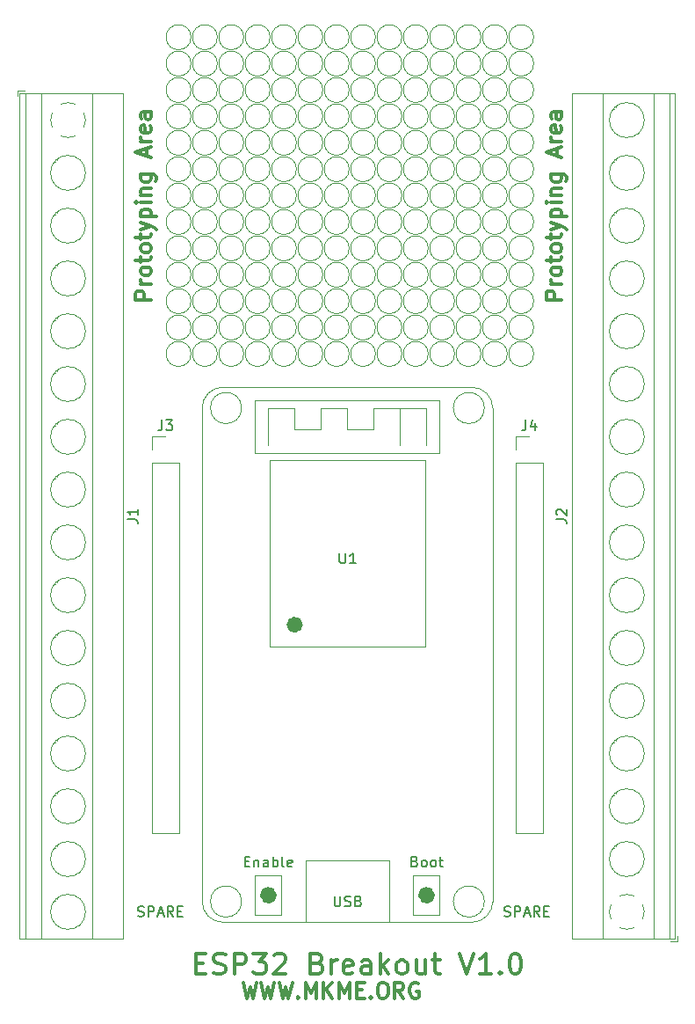
<source format=gto>
G04 #@! TF.GenerationSoftware,KiCad,Pcbnew,(5.1.6)-1*
G04 #@! TF.CreationDate,2021-10-14T13:40:29-04:00*
G04 #@! TF.ProjectId,ESP32 WROOM-32 Breakout MKME.ORG,45535033-3220-4575-924f-4f4d2d333220,rev?*
G04 #@! TF.SameCoordinates,Original*
G04 #@! TF.FileFunction,Legend,Top*
G04 #@! TF.FilePolarity,Positive*
%FSLAX46Y46*%
G04 Gerber Fmt 4.6, Leading zero omitted, Abs format (unit mm)*
G04 Created by KiCad (PCBNEW (5.1.6)-1) date 2021-10-14 13:40:29*
%MOMM*%
%LPD*%
G01*
G04 APERTURE LIST*
%ADD10C,0.150000*%
%ADD11C,0.300000*%
%ADD12C,0.120000*%
%ADD13C,1.000000*%
%ADD14C,0.800000*%
G04 APERTURE END LIST*
D10*
X161409333Y-117244761D02*
X161552190Y-117292380D01*
X161790285Y-117292380D01*
X161885523Y-117244761D01*
X161933142Y-117197142D01*
X161980761Y-117101904D01*
X161980761Y-117006666D01*
X161933142Y-116911428D01*
X161885523Y-116863809D01*
X161790285Y-116816190D01*
X161599809Y-116768571D01*
X161504571Y-116720952D01*
X161456952Y-116673333D01*
X161409333Y-116578095D01*
X161409333Y-116482857D01*
X161456952Y-116387619D01*
X161504571Y-116340000D01*
X161599809Y-116292380D01*
X161837904Y-116292380D01*
X161980761Y-116340000D01*
X162409333Y-117292380D02*
X162409333Y-116292380D01*
X162790285Y-116292380D01*
X162885523Y-116340000D01*
X162933142Y-116387619D01*
X162980761Y-116482857D01*
X162980761Y-116625714D01*
X162933142Y-116720952D01*
X162885523Y-116768571D01*
X162790285Y-116816190D01*
X162409333Y-116816190D01*
X163361714Y-117006666D02*
X163837904Y-117006666D01*
X163266476Y-117292380D02*
X163599809Y-116292380D01*
X163933142Y-117292380D01*
X164837904Y-117292380D02*
X164504571Y-116816190D01*
X164266476Y-117292380D02*
X164266476Y-116292380D01*
X164647428Y-116292380D01*
X164742666Y-116340000D01*
X164790285Y-116387619D01*
X164837904Y-116482857D01*
X164837904Y-116625714D01*
X164790285Y-116720952D01*
X164742666Y-116768571D01*
X164647428Y-116816190D01*
X164266476Y-116816190D01*
X165266476Y-116768571D02*
X165599809Y-116768571D01*
X165742666Y-117292380D02*
X165266476Y-117292380D01*
X165266476Y-116292380D01*
X165742666Y-116292380D01*
X126103333Y-117244761D02*
X126246190Y-117292380D01*
X126484285Y-117292380D01*
X126579523Y-117244761D01*
X126627142Y-117197142D01*
X126674761Y-117101904D01*
X126674761Y-117006666D01*
X126627142Y-116911428D01*
X126579523Y-116863809D01*
X126484285Y-116816190D01*
X126293809Y-116768571D01*
X126198571Y-116720952D01*
X126150952Y-116673333D01*
X126103333Y-116578095D01*
X126103333Y-116482857D01*
X126150952Y-116387619D01*
X126198571Y-116340000D01*
X126293809Y-116292380D01*
X126531904Y-116292380D01*
X126674761Y-116340000D01*
X127103333Y-117292380D02*
X127103333Y-116292380D01*
X127484285Y-116292380D01*
X127579523Y-116340000D01*
X127627142Y-116387619D01*
X127674761Y-116482857D01*
X127674761Y-116625714D01*
X127627142Y-116720952D01*
X127579523Y-116768571D01*
X127484285Y-116816190D01*
X127103333Y-116816190D01*
X128055714Y-117006666D02*
X128531904Y-117006666D01*
X127960476Y-117292380D02*
X128293809Y-116292380D01*
X128627142Y-117292380D01*
X129531904Y-117292380D02*
X129198571Y-116816190D01*
X128960476Y-117292380D02*
X128960476Y-116292380D01*
X129341428Y-116292380D01*
X129436666Y-116340000D01*
X129484285Y-116387619D01*
X129531904Y-116482857D01*
X129531904Y-116625714D01*
X129484285Y-116720952D01*
X129436666Y-116768571D01*
X129341428Y-116816190D01*
X128960476Y-116816190D01*
X129960476Y-116768571D02*
X130293809Y-116768571D01*
X130436666Y-117292380D02*
X129960476Y-117292380D01*
X129960476Y-116292380D01*
X130436666Y-116292380D01*
D11*
X166948571Y-57925714D02*
X165448571Y-57925714D01*
X165448571Y-57354285D01*
X165520000Y-57211428D01*
X165591428Y-57140000D01*
X165734285Y-57068571D01*
X165948571Y-57068571D01*
X166091428Y-57140000D01*
X166162857Y-57211428D01*
X166234285Y-57354285D01*
X166234285Y-57925714D01*
X166948571Y-56425714D02*
X165948571Y-56425714D01*
X166234285Y-56425714D02*
X166091428Y-56354285D01*
X166020000Y-56282857D01*
X165948571Y-56140000D01*
X165948571Y-55997142D01*
X166948571Y-55282857D02*
X166877142Y-55425714D01*
X166805714Y-55497142D01*
X166662857Y-55568571D01*
X166234285Y-55568571D01*
X166091428Y-55497142D01*
X166020000Y-55425714D01*
X165948571Y-55282857D01*
X165948571Y-55068571D01*
X166020000Y-54925714D01*
X166091428Y-54854285D01*
X166234285Y-54782857D01*
X166662857Y-54782857D01*
X166805714Y-54854285D01*
X166877142Y-54925714D01*
X166948571Y-55068571D01*
X166948571Y-55282857D01*
X165948571Y-54354285D02*
X165948571Y-53782857D01*
X165448571Y-54140000D02*
X166734285Y-54140000D01*
X166877142Y-54068571D01*
X166948571Y-53925714D01*
X166948571Y-53782857D01*
X166948571Y-53068571D02*
X166877142Y-53211428D01*
X166805714Y-53282857D01*
X166662857Y-53354285D01*
X166234285Y-53354285D01*
X166091428Y-53282857D01*
X166020000Y-53211428D01*
X165948571Y-53068571D01*
X165948571Y-52854285D01*
X166020000Y-52711428D01*
X166091428Y-52640000D01*
X166234285Y-52568571D01*
X166662857Y-52568571D01*
X166805714Y-52640000D01*
X166877142Y-52711428D01*
X166948571Y-52854285D01*
X166948571Y-53068571D01*
X165948571Y-52140000D02*
X165948571Y-51568571D01*
X165448571Y-51925714D02*
X166734285Y-51925714D01*
X166877142Y-51854285D01*
X166948571Y-51711428D01*
X166948571Y-51568571D01*
X165948571Y-51211428D02*
X166948571Y-50854285D01*
X165948571Y-50497142D02*
X166948571Y-50854285D01*
X167305714Y-50997142D01*
X167377142Y-51068571D01*
X167448571Y-51211428D01*
X165948571Y-49925714D02*
X167448571Y-49925714D01*
X166020000Y-49925714D02*
X165948571Y-49782857D01*
X165948571Y-49497142D01*
X166020000Y-49354285D01*
X166091428Y-49282857D01*
X166234285Y-49211428D01*
X166662857Y-49211428D01*
X166805714Y-49282857D01*
X166877142Y-49354285D01*
X166948571Y-49497142D01*
X166948571Y-49782857D01*
X166877142Y-49925714D01*
X166948571Y-48568571D02*
X165948571Y-48568571D01*
X165448571Y-48568571D02*
X165520000Y-48640000D01*
X165591428Y-48568571D01*
X165520000Y-48497142D01*
X165448571Y-48568571D01*
X165591428Y-48568571D01*
X165948571Y-47854285D02*
X166948571Y-47854285D01*
X166091428Y-47854285D02*
X166020000Y-47782857D01*
X165948571Y-47640000D01*
X165948571Y-47425714D01*
X166020000Y-47282857D01*
X166162857Y-47211428D01*
X166948571Y-47211428D01*
X165948571Y-45854285D02*
X167162857Y-45854285D01*
X167305714Y-45925714D01*
X167377142Y-45997142D01*
X167448571Y-46140000D01*
X167448571Y-46354285D01*
X167377142Y-46497142D01*
X166877142Y-45854285D02*
X166948571Y-45997142D01*
X166948571Y-46282857D01*
X166877142Y-46425714D01*
X166805714Y-46497142D01*
X166662857Y-46568571D01*
X166234285Y-46568571D01*
X166091428Y-46497142D01*
X166020000Y-46425714D01*
X165948571Y-46282857D01*
X165948571Y-45997142D01*
X166020000Y-45854285D01*
X166520000Y-44068571D02*
X166520000Y-43354285D01*
X166948571Y-44211428D02*
X165448571Y-43711428D01*
X166948571Y-43211428D01*
X166948571Y-42711428D02*
X165948571Y-42711428D01*
X166234285Y-42711428D02*
X166091428Y-42640000D01*
X166020000Y-42568571D01*
X165948571Y-42425714D01*
X165948571Y-42282857D01*
X166877142Y-41211428D02*
X166948571Y-41354285D01*
X166948571Y-41640000D01*
X166877142Y-41782857D01*
X166734285Y-41854285D01*
X166162857Y-41854285D01*
X166020000Y-41782857D01*
X165948571Y-41640000D01*
X165948571Y-41354285D01*
X166020000Y-41211428D01*
X166162857Y-41140000D01*
X166305714Y-41140000D01*
X166448571Y-41854285D01*
X166948571Y-39854285D02*
X166162857Y-39854285D01*
X166020000Y-39925714D01*
X165948571Y-40068571D01*
X165948571Y-40354285D01*
X166020000Y-40497142D01*
X166877142Y-39854285D02*
X166948571Y-39997142D01*
X166948571Y-40354285D01*
X166877142Y-40497142D01*
X166734285Y-40568571D01*
X166591428Y-40568571D01*
X166448571Y-40497142D01*
X166377142Y-40354285D01*
X166377142Y-39997142D01*
X166305714Y-39854285D01*
X127388571Y-57925714D02*
X125888571Y-57925714D01*
X125888571Y-57354285D01*
X125960000Y-57211428D01*
X126031428Y-57140000D01*
X126174285Y-57068571D01*
X126388571Y-57068571D01*
X126531428Y-57140000D01*
X126602857Y-57211428D01*
X126674285Y-57354285D01*
X126674285Y-57925714D01*
X127388571Y-56425714D02*
X126388571Y-56425714D01*
X126674285Y-56425714D02*
X126531428Y-56354285D01*
X126460000Y-56282857D01*
X126388571Y-56140000D01*
X126388571Y-55997142D01*
X127388571Y-55282857D02*
X127317142Y-55425714D01*
X127245714Y-55497142D01*
X127102857Y-55568571D01*
X126674285Y-55568571D01*
X126531428Y-55497142D01*
X126460000Y-55425714D01*
X126388571Y-55282857D01*
X126388571Y-55068571D01*
X126460000Y-54925714D01*
X126531428Y-54854285D01*
X126674285Y-54782857D01*
X127102857Y-54782857D01*
X127245714Y-54854285D01*
X127317142Y-54925714D01*
X127388571Y-55068571D01*
X127388571Y-55282857D01*
X126388571Y-54354285D02*
X126388571Y-53782857D01*
X125888571Y-54140000D02*
X127174285Y-54140000D01*
X127317142Y-54068571D01*
X127388571Y-53925714D01*
X127388571Y-53782857D01*
X127388571Y-53068571D02*
X127317142Y-53211428D01*
X127245714Y-53282857D01*
X127102857Y-53354285D01*
X126674285Y-53354285D01*
X126531428Y-53282857D01*
X126460000Y-53211428D01*
X126388571Y-53068571D01*
X126388571Y-52854285D01*
X126460000Y-52711428D01*
X126531428Y-52640000D01*
X126674285Y-52568571D01*
X127102857Y-52568571D01*
X127245714Y-52640000D01*
X127317142Y-52711428D01*
X127388571Y-52854285D01*
X127388571Y-53068571D01*
X126388571Y-52140000D02*
X126388571Y-51568571D01*
X125888571Y-51925714D02*
X127174285Y-51925714D01*
X127317142Y-51854285D01*
X127388571Y-51711428D01*
X127388571Y-51568571D01*
X126388571Y-51211428D02*
X127388571Y-50854285D01*
X126388571Y-50497142D02*
X127388571Y-50854285D01*
X127745714Y-50997142D01*
X127817142Y-51068571D01*
X127888571Y-51211428D01*
X126388571Y-49925714D02*
X127888571Y-49925714D01*
X126460000Y-49925714D02*
X126388571Y-49782857D01*
X126388571Y-49497142D01*
X126460000Y-49354285D01*
X126531428Y-49282857D01*
X126674285Y-49211428D01*
X127102857Y-49211428D01*
X127245714Y-49282857D01*
X127317142Y-49354285D01*
X127388571Y-49497142D01*
X127388571Y-49782857D01*
X127317142Y-49925714D01*
X127388571Y-48568571D02*
X126388571Y-48568571D01*
X125888571Y-48568571D02*
X125960000Y-48640000D01*
X126031428Y-48568571D01*
X125960000Y-48497142D01*
X125888571Y-48568571D01*
X126031428Y-48568571D01*
X126388571Y-47854285D02*
X127388571Y-47854285D01*
X126531428Y-47854285D02*
X126460000Y-47782857D01*
X126388571Y-47640000D01*
X126388571Y-47425714D01*
X126460000Y-47282857D01*
X126602857Y-47211428D01*
X127388571Y-47211428D01*
X126388571Y-45854285D02*
X127602857Y-45854285D01*
X127745714Y-45925714D01*
X127817142Y-45997142D01*
X127888571Y-46140000D01*
X127888571Y-46354285D01*
X127817142Y-46497142D01*
X127317142Y-45854285D02*
X127388571Y-45997142D01*
X127388571Y-46282857D01*
X127317142Y-46425714D01*
X127245714Y-46497142D01*
X127102857Y-46568571D01*
X126674285Y-46568571D01*
X126531428Y-46497142D01*
X126460000Y-46425714D01*
X126388571Y-46282857D01*
X126388571Y-45997142D01*
X126460000Y-45854285D01*
X126960000Y-44068571D02*
X126960000Y-43354285D01*
X127388571Y-44211428D02*
X125888571Y-43711428D01*
X127388571Y-43211428D01*
X127388571Y-42711428D02*
X126388571Y-42711428D01*
X126674285Y-42711428D02*
X126531428Y-42640000D01*
X126460000Y-42568571D01*
X126388571Y-42425714D01*
X126388571Y-42282857D01*
X127317142Y-41211428D02*
X127388571Y-41354285D01*
X127388571Y-41640000D01*
X127317142Y-41782857D01*
X127174285Y-41854285D01*
X126602857Y-41854285D01*
X126460000Y-41782857D01*
X126388571Y-41640000D01*
X126388571Y-41354285D01*
X126460000Y-41211428D01*
X126602857Y-41140000D01*
X126745714Y-41140000D01*
X126888571Y-41854285D01*
X127388571Y-39854285D02*
X126602857Y-39854285D01*
X126460000Y-39925714D01*
X126388571Y-40068571D01*
X126388571Y-40354285D01*
X126460000Y-40497142D01*
X127317142Y-39854285D02*
X127388571Y-39997142D01*
X127388571Y-40354285D01*
X127317142Y-40497142D01*
X127174285Y-40568571D01*
X127031428Y-40568571D01*
X126888571Y-40497142D01*
X126817142Y-40354285D01*
X126817142Y-39997142D01*
X126745714Y-39854285D01*
X136280000Y-123638571D02*
X136637142Y-125138571D01*
X136922857Y-124067142D01*
X137208571Y-125138571D01*
X137565714Y-123638571D01*
X137994285Y-123638571D02*
X138351428Y-125138571D01*
X138637142Y-124067142D01*
X138922857Y-125138571D01*
X139280000Y-123638571D01*
X139708571Y-123638571D02*
X140065714Y-125138571D01*
X140351428Y-124067142D01*
X140637142Y-125138571D01*
X140994285Y-123638571D01*
X141565714Y-124995714D02*
X141637142Y-125067142D01*
X141565714Y-125138571D01*
X141494285Y-125067142D01*
X141565714Y-124995714D01*
X141565714Y-125138571D01*
X142280000Y-125138571D02*
X142280000Y-123638571D01*
X142780000Y-124710000D01*
X143280000Y-123638571D01*
X143280000Y-125138571D01*
X143994285Y-125138571D02*
X143994285Y-123638571D01*
X144851428Y-125138571D02*
X144208571Y-124281428D01*
X144851428Y-123638571D02*
X143994285Y-124495714D01*
X145494285Y-125138571D02*
X145494285Y-123638571D01*
X145994285Y-124710000D01*
X146494285Y-123638571D01*
X146494285Y-125138571D01*
X147208571Y-124352857D02*
X147708571Y-124352857D01*
X147922857Y-125138571D02*
X147208571Y-125138571D01*
X147208571Y-123638571D01*
X147922857Y-123638571D01*
X148565714Y-124995714D02*
X148637142Y-125067142D01*
X148565714Y-125138571D01*
X148494285Y-125067142D01*
X148565714Y-124995714D01*
X148565714Y-125138571D01*
X149565714Y-123638571D02*
X149851428Y-123638571D01*
X149994285Y-123710000D01*
X150137142Y-123852857D01*
X150208571Y-124138571D01*
X150208571Y-124638571D01*
X150137142Y-124924285D01*
X149994285Y-125067142D01*
X149851428Y-125138571D01*
X149565714Y-125138571D01*
X149422857Y-125067142D01*
X149280000Y-124924285D01*
X149208571Y-124638571D01*
X149208571Y-124138571D01*
X149280000Y-123852857D01*
X149422857Y-123710000D01*
X149565714Y-123638571D01*
X151708571Y-125138571D02*
X151208571Y-124424285D01*
X150851428Y-125138571D02*
X150851428Y-123638571D01*
X151422857Y-123638571D01*
X151565714Y-123710000D01*
X151637142Y-123781428D01*
X151708571Y-123924285D01*
X151708571Y-124138571D01*
X151637142Y-124281428D01*
X151565714Y-124352857D01*
X151422857Y-124424285D01*
X150851428Y-124424285D01*
X153137142Y-123710000D02*
X152994285Y-123638571D01*
X152780000Y-123638571D01*
X152565714Y-123710000D01*
X152422857Y-123852857D01*
X152351428Y-123995714D01*
X152280000Y-124281428D01*
X152280000Y-124495714D01*
X152351428Y-124781428D01*
X152422857Y-124924285D01*
X152565714Y-125067142D01*
X152780000Y-125138571D01*
X152922857Y-125138571D01*
X153137142Y-125067142D01*
X153208571Y-124995714D01*
X153208571Y-124495714D01*
X152922857Y-124495714D01*
X131700952Y-121777142D02*
X132367619Y-121777142D01*
X132653333Y-122824761D02*
X131700952Y-122824761D01*
X131700952Y-120824761D01*
X132653333Y-120824761D01*
X133415238Y-122729523D02*
X133700952Y-122824761D01*
X134177142Y-122824761D01*
X134367619Y-122729523D01*
X134462857Y-122634285D01*
X134558095Y-122443809D01*
X134558095Y-122253333D01*
X134462857Y-122062857D01*
X134367619Y-121967619D01*
X134177142Y-121872380D01*
X133796190Y-121777142D01*
X133605714Y-121681904D01*
X133510476Y-121586666D01*
X133415238Y-121396190D01*
X133415238Y-121205714D01*
X133510476Y-121015238D01*
X133605714Y-120920000D01*
X133796190Y-120824761D01*
X134272380Y-120824761D01*
X134558095Y-120920000D01*
X135415238Y-122824761D02*
X135415238Y-120824761D01*
X136177142Y-120824761D01*
X136367619Y-120920000D01*
X136462857Y-121015238D01*
X136558095Y-121205714D01*
X136558095Y-121491428D01*
X136462857Y-121681904D01*
X136367619Y-121777142D01*
X136177142Y-121872380D01*
X135415238Y-121872380D01*
X137224761Y-120824761D02*
X138462857Y-120824761D01*
X137796190Y-121586666D01*
X138081904Y-121586666D01*
X138272380Y-121681904D01*
X138367619Y-121777142D01*
X138462857Y-121967619D01*
X138462857Y-122443809D01*
X138367619Y-122634285D01*
X138272380Y-122729523D01*
X138081904Y-122824761D01*
X137510476Y-122824761D01*
X137320000Y-122729523D01*
X137224761Y-122634285D01*
X139224761Y-121015238D02*
X139320000Y-120920000D01*
X139510476Y-120824761D01*
X139986666Y-120824761D01*
X140177142Y-120920000D01*
X140272380Y-121015238D01*
X140367619Y-121205714D01*
X140367619Y-121396190D01*
X140272380Y-121681904D01*
X139129523Y-122824761D01*
X140367619Y-122824761D01*
X143415238Y-121777142D02*
X143700952Y-121872380D01*
X143796190Y-121967619D01*
X143891428Y-122158095D01*
X143891428Y-122443809D01*
X143796190Y-122634285D01*
X143700952Y-122729523D01*
X143510476Y-122824761D01*
X142748571Y-122824761D01*
X142748571Y-120824761D01*
X143415238Y-120824761D01*
X143605714Y-120920000D01*
X143700952Y-121015238D01*
X143796190Y-121205714D01*
X143796190Y-121396190D01*
X143700952Y-121586666D01*
X143605714Y-121681904D01*
X143415238Y-121777142D01*
X142748571Y-121777142D01*
X144748571Y-122824761D02*
X144748571Y-121491428D01*
X144748571Y-121872380D02*
X144843809Y-121681904D01*
X144939047Y-121586666D01*
X145129523Y-121491428D01*
X145320000Y-121491428D01*
X146748571Y-122729523D02*
X146558095Y-122824761D01*
X146177142Y-122824761D01*
X145986666Y-122729523D01*
X145891428Y-122539047D01*
X145891428Y-121777142D01*
X145986666Y-121586666D01*
X146177142Y-121491428D01*
X146558095Y-121491428D01*
X146748571Y-121586666D01*
X146843809Y-121777142D01*
X146843809Y-121967619D01*
X145891428Y-122158095D01*
X148558095Y-122824761D02*
X148558095Y-121777142D01*
X148462857Y-121586666D01*
X148272380Y-121491428D01*
X147891428Y-121491428D01*
X147700952Y-121586666D01*
X148558095Y-122729523D02*
X148367619Y-122824761D01*
X147891428Y-122824761D01*
X147700952Y-122729523D01*
X147605714Y-122539047D01*
X147605714Y-122348571D01*
X147700952Y-122158095D01*
X147891428Y-122062857D01*
X148367619Y-122062857D01*
X148558095Y-121967619D01*
X149510476Y-122824761D02*
X149510476Y-120824761D01*
X149700952Y-122062857D02*
X150272380Y-122824761D01*
X150272380Y-121491428D02*
X149510476Y-122253333D01*
X151415238Y-122824761D02*
X151224761Y-122729523D01*
X151129523Y-122634285D01*
X151034285Y-122443809D01*
X151034285Y-121872380D01*
X151129523Y-121681904D01*
X151224761Y-121586666D01*
X151415238Y-121491428D01*
X151700952Y-121491428D01*
X151891428Y-121586666D01*
X151986666Y-121681904D01*
X152081904Y-121872380D01*
X152081904Y-122443809D01*
X151986666Y-122634285D01*
X151891428Y-122729523D01*
X151700952Y-122824761D01*
X151415238Y-122824761D01*
X153796190Y-121491428D02*
X153796190Y-122824761D01*
X152939047Y-121491428D02*
X152939047Y-122539047D01*
X153034285Y-122729523D01*
X153224761Y-122824761D01*
X153510476Y-122824761D01*
X153700952Y-122729523D01*
X153796190Y-122634285D01*
X154462857Y-121491428D02*
X155224761Y-121491428D01*
X154748571Y-120824761D02*
X154748571Y-122539047D01*
X154843809Y-122729523D01*
X155034285Y-122824761D01*
X155224761Y-122824761D01*
X157129523Y-120824761D02*
X157796190Y-122824761D01*
X158462857Y-120824761D01*
X160177142Y-122824761D02*
X159034285Y-122824761D01*
X159605714Y-122824761D02*
X159605714Y-120824761D01*
X159415238Y-121110476D01*
X159224761Y-121300952D01*
X159034285Y-121396190D01*
X161034285Y-122634285D02*
X161129523Y-122729523D01*
X161034285Y-122824761D01*
X160939047Y-122729523D01*
X161034285Y-122634285D01*
X161034285Y-122824761D01*
X162367619Y-120824761D02*
X162558095Y-120824761D01*
X162748571Y-120920000D01*
X162843809Y-121015238D01*
X162939047Y-121205714D01*
X163034285Y-121586666D01*
X163034285Y-122062857D01*
X162939047Y-122443809D01*
X162843809Y-122634285D01*
X162748571Y-122729523D01*
X162558095Y-122824761D01*
X162367619Y-122824761D01*
X162177142Y-122729523D01*
X162081904Y-122634285D01*
X161986666Y-122443809D01*
X161891428Y-122062857D01*
X161891428Y-121586666D01*
X161986666Y-121205714D01*
X162081904Y-121015238D01*
X162177142Y-120920000D01*
X162367619Y-120824761D01*
D12*
X174908000Y-111760000D02*
G75*
G03*
X174908000Y-111760000I-1680000J0D01*
G01*
X174908000Y-106680000D02*
G75*
G03*
X174908000Y-106680000I-1680000J0D01*
G01*
X174908000Y-101600000D02*
G75*
G03*
X174908000Y-101600000I-1680000J0D01*
G01*
X174908000Y-96520000D02*
G75*
G03*
X174908000Y-96520000I-1680000J0D01*
G01*
X174908000Y-91440000D02*
G75*
G03*
X174908000Y-91440000I-1680000J0D01*
G01*
X174908000Y-86360000D02*
G75*
G03*
X174908000Y-86360000I-1680000J0D01*
G01*
X174908000Y-81280000D02*
G75*
G03*
X174908000Y-81280000I-1680000J0D01*
G01*
X174908000Y-76200000D02*
G75*
G03*
X174908000Y-76200000I-1680000J0D01*
G01*
X174908000Y-71120000D02*
G75*
G03*
X174908000Y-71120000I-1680000J0D01*
G01*
X174908000Y-66040000D02*
G75*
G03*
X174908000Y-66040000I-1680000J0D01*
G01*
X174908000Y-60960000D02*
G75*
G03*
X174908000Y-60960000I-1680000J0D01*
G01*
X174908000Y-55880000D02*
G75*
G03*
X174908000Y-55880000I-1680000J0D01*
G01*
X174908000Y-50800000D02*
G75*
G03*
X174908000Y-50800000I-1680000J0D01*
G01*
X174908000Y-45720000D02*
G75*
G03*
X174908000Y-45720000I-1680000J0D01*
G01*
X174908000Y-40640000D02*
G75*
G03*
X174908000Y-40640000I-1680000J0D01*
G01*
X177328000Y-119440000D02*
X177328000Y-38039000D01*
X175828000Y-119440000D02*
X175828000Y-38039000D01*
X170927000Y-119440000D02*
X170927000Y-38039000D01*
X167967000Y-119440000D02*
X167967000Y-38039000D01*
X177888000Y-119440000D02*
X177888000Y-38039000D01*
X167967000Y-119440000D02*
X177888000Y-119440000D01*
X167967000Y-38039000D02*
X177888000Y-38039000D01*
X172159000Y-110485000D02*
X172205000Y-110532000D01*
X174467000Y-112794000D02*
X174502000Y-112829000D01*
X171953000Y-110690000D02*
X171989000Y-110725000D01*
X174251000Y-112987000D02*
X174297000Y-113034000D01*
X172159000Y-105405000D02*
X172205000Y-105452000D01*
X174467000Y-107714000D02*
X174502000Y-107749000D01*
X171953000Y-105610000D02*
X171989000Y-105645000D01*
X174251000Y-107907000D02*
X174297000Y-107954000D01*
X172159000Y-100325000D02*
X172205000Y-100372000D01*
X174467000Y-102634000D02*
X174502000Y-102669000D01*
X171953000Y-100530000D02*
X171989000Y-100565000D01*
X174251000Y-102827000D02*
X174297000Y-102874000D01*
X172159000Y-95245000D02*
X172205000Y-95292000D01*
X174467000Y-97554000D02*
X174502000Y-97589000D01*
X171953000Y-95450000D02*
X171989000Y-95485000D01*
X174251000Y-97747000D02*
X174297000Y-97794000D01*
X172159000Y-90165000D02*
X172205000Y-90212000D01*
X174467000Y-92474000D02*
X174502000Y-92509000D01*
X171953000Y-90370000D02*
X171989000Y-90405000D01*
X174251000Y-92667000D02*
X174297000Y-92714000D01*
X172159000Y-85085000D02*
X172205000Y-85132000D01*
X174467000Y-87394000D02*
X174502000Y-87429000D01*
X171953000Y-85290000D02*
X171989000Y-85325000D01*
X174251000Y-87587000D02*
X174297000Y-87634000D01*
X172159000Y-80005000D02*
X172205000Y-80052000D01*
X174467000Y-82314000D02*
X174502000Y-82349000D01*
X171953000Y-80210000D02*
X171989000Y-80245000D01*
X174251000Y-82507000D02*
X174297000Y-82554000D01*
X172159000Y-74925000D02*
X172205000Y-74972000D01*
X174467000Y-77234000D02*
X174502000Y-77269000D01*
X171953000Y-75130000D02*
X171989000Y-75165000D01*
X174251000Y-77427000D02*
X174297000Y-77474000D01*
X172159000Y-69845000D02*
X172205000Y-69892000D01*
X174467000Y-72154000D02*
X174502000Y-72189000D01*
X171953000Y-70050000D02*
X171989000Y-70085000D01*
X174251000Y-72347000D02*
X174297000Y-72394000D01*
X172159000Y-64765000D02*
X172205000Y-64812000D01*
X174467000Y-67074000D02*
X174502000Y-67109000D01*
X171953000Y-64970000D02*
X171989000Y-65005000D01*
X174251000Y-67267000D02*
X174297000Y-67314000D01*
X172159000Y-59685000D02*
X172205000Y-59732000D01*
X174467000Y-61994000D02*
X174502000Y-62029000D01*
X171953000Y-59890000D02*
X171989000Y-59925000D01*
X174251000Y-62187000D02*
X174297000Y-62234000D01*
X172159000Y-54605000D02*
X172205000Y-54652000D01*
X174467000Y-56914000D02*
X174502000Y-56949000D01*
X171953000Y-54810000D02*
X171989000Y-54845000D01*
X174251000Y-57107000D02*
X174297000Y-57154000D01*
X172159000Y-49525000D02*
X172205000Y-49572000D01*
X174467000Y-51834000D02*
X174502000Y-51869000D01*
X171953000Y-49730000D02*
X171989000Y-49765000D01*
X174251000Y-52027000D02*
X174297000Y-52074000D01*
X172159000Y-44445000D02*
X172205000Y-44492000D01*
X174467000Y-46754000D02*
X174502000Y-46789000D01*
X171953000Y-44650000D02*
X171989000Y-44685000D01*
X174251000Y-46947000D02*
X174297000Y-46994000D01*
X172159000Y-39365000D02*
X172205000Y-39412000D01*
X174467000Y-41674000D02*
X174502000Y-41709000D01*
X171953000Y-39570000D02*
X171989000Y-39605000D01*
X174251000Y-41867000D02*
X174297000Y-41914000D01*
X177388000Y-119680000D02*
X178128000Y-119680000D01*
X178128000Y-119680000D02*
X178128000Y-119180000D01*
X174762756Y-116156682D02*
G75*
G02*
X174908000Y-116840000I-1534756J-683318D01*
G01*
X172544958Y-115304574D02*
G75*
G02*
X173912000Y-115305000I683042J-1535426D01*
G01*
X171692574Y-117523042D02*
G75*
G02*
X171693000Y-116156000I1535426J683042D01*
G01*
X173911042Y-118375426D02*
G75*
G02*
X172544000Y-118375000I-683042J1535426D01*
G01*
X174908253Y-116811195D02*
G75*
G02*
X174763000Y-117524000I-1680253J-28805D01*
G01*
X162500000Y-71060000D02*
X163830000Y-71060000D01*
X162500000Y-72390000D02*
X162500000Y-71060000D01*
X162500000Y-73660000D02*
X165160000Y-73660000D01*
X165160000Y-73660000D02*
X165160000Y-109280000D01*
X162500000Y-73660000D02*
X162500000Y-109280000D01*
X162500000Y-109280000D02*
X165160000Y-109280000D01*
X164250000Y-63150000D02*
G75*
G03*
X164250000Y-63150000I-1200000J0D01*
G01*
X161710000Y-63150000D02*
G75*
G03*
X161710000Y-63150000I-1200000J0D01*
G01*
X159170000Y-63150000D02*
G75*
G03*
X159170000Y-63150000I-1200000J0D01*
G01*
X156630000Y-63150000D02*
G75*
G03*
X156630000Y-63150000I-1200000J0D01*
G01*
X154090000Y-63150000D02*
G75*
G03*
X154090000Y-63150000I-1200000J0D01*
G01*
X151550000Y-63150000D02*
G75*
G03*
X151550000Y-63150000I-1200000J0D01*
G01*
X149010000Y-63150000D02*
G75*
G03*
X149010000Y-63150000I-1200000J0D01*
G01*
X146470000Y-63150000D02*
G75*
G03*
X146470000Y-63150000I-1200000J0D01*
G01*
X143930000Y-63150000D02*
G75*
G03*
X143930000Y-63150000I-1200000J0D01*
G01*
X141390000Y-63150000D02*
G75*
G03*
X141390000Y-63150000I-1200000J0D01*
G01*
X138850000Y-63150000D02*
G75*
G03*
X138850000Y-63150000I-1200000J0D01*
G01*
X136310000Y-63150000D02*
G75*
G03*
X136310000Y-63150000I-1200000J0D01*
G01*
X133770000Y-63150000D02*
G75*
G03*
X133770000Y-63150000I-1200000J0D01*
G01*
X131230000Y-63150000D02*
G75*
G03*
X131230000Y-63150000I-1200000J0D01*
G01*
X164250000Y-60610000D02*
G75*
G03*
X164250000Y-60610000I-1200000J0D01*
G01*
X161710000Y-60610000D02*
G75*
G03*
X161710000Y-60610000I-1200000J0D01*
G01*
X159170000Y-60610000D02*
G75*
G03*
X159170000Y-60610000I-1200000J0D01*
G01*
X156630000Y-60610000D02*
G75*
G03*
X156630000Y-60610000I-1200000J0D01*
G01*
X154090000Y-60610000D02*
G75*
G03*
X154090000Y-60610000I-1200000J0D01*
G01*
X151550000Y-60610000D02*
G75*
G03*
X151550000Y-60610000I-1200000J0D01*
G01*
X149010000Y-60610000D02*
G75*
G03*
X149010000Y-60610000I-1200000J0D01*
G01*
X146470000Y-60610000D02*
G75*
G03*
X146470000Y-60610000I-1200000J0D01*
G01*
X143930000Y-60610000D02*
G75*
G03*
X143930000Y-60610000I-1200000J0D01*
G01*
X141390000Y-60610000D02*
G75*
G03*
X141390000Y-60610000I-1200000J0D01*
G01*
X138850000Y-60610000D02*
G75*
G03*
X138850000Y-60610000I-1200000J0D01*
G01*
X136310000Y-60610000D02*
G75*
G03*
X136310000Y-60610000I-1200000J0D01*
G01*
X133770000Y-60610000D02*
G75*
G03*
X133770000Y-60610000I-1200000J0D01*
G01*
X131230000Y-60610000D02*
G75*
G03*
X131230000Y-60610000I-1200000J0D01*
G01*
X164250000Y-58070000D02*
G75*
G03*
X164250000Y-58070000I-1200000J0D01*
G01*
X161710000Y-58070000D02*
G75*
G03*
X161710000Y-58070000I-1200000J0D01*
G01*
X159170000Y-58070000D02*
G75*
G03*
X159170000Y-58070000I-1200000J0D01*
G01*
X156630000Y-58070000D02*
G75*
G03*
X156630000Y-58070000I-1200000J0D01*
G01*
X154090000Y-58070000D02*
G75*
G03*
X154090000Y-58070000I-1200000J0D01*
G01*
X151550000Y-58070000D02*
G75*
G03*
X151550000Y-58070000I-1200000J0D01*
G01*
X149010000Y-58070000D02*
G75*
G03*
X149010000Y-58070000I-1200000J0D01*
G01*
X146470000Y-58070000D02*
G75*
G03*
X146470000Y-58070000I-1200000J0D01*
G01*
X143930000Y-58070000D02*
G75*
G03*
X143930000Y-58070000I-1200000J0D01*
G01*
X141390000Y-58070000D02*
G75*
G03*
X141390000Y-58070000I-1200000J0D01*
G01*
X138850000Y-58070000D02*
G75*
G03*
X138850000Y-58070000I-1200000J0D01*
G01*
X136310000Y-58070000D02*
G75*
G03*
X136310000Y-58070000I-1200000J0D01*
G01*
X133770000Y-58070000D02*
G75*
G03*
X133770000Y-58070000I-1200000J0D01*
G01*
X131230000Y-58070000D02*
G75*
G03*
X131230000Y-58070000I-1200000J0D01*
G01*
X164250000Y-55530000D02*
G75*
G03*
X164250000Y-55530000I-1200000J0D01*
G01*
X161710000Y-55530000D02*
G75*
G03*
X161710000Y-55530000I-1200000J0D01*
G01*
X159170000Y-55530000D02*
G75*
G03*
X159170000Y-55530000I-1200000J0D01*
G01*
X156630000Y-55530000D02*
G75*
G03*
X156630000Y-55530000I-1200000J0D01*
G01*
X154090000Y-55530000D02*
G75*
G03*
X154090000Y-55530000I-1200000J0D01*
G01*
X151550000Y-55530000D02*
G75*
G03*
X151550000Y-55530000I-1200000J0D01*
G01*
X149010000Y-55530000D02*
G75*
G03*
X149010000Y-55530000I-1200000J0D01*
G01*
X146470000Y-55530000D02*
G75*
G03*
X146470000Y-55530000I-1200000J0D01*
G01*
X143930000Y-55530000D02*
G75*
G03*
X143930000Y-55530000I-1200000J0D01*
G01*
X141390000Y-55530000D02*
G75*
G03*
X141390000Y-55530000I-1200000J0D01*
G01*
X138850000Y-55530000D02*
G75*
G03*
X138850000Y-55530000I-1200000J0D01*
G01*
X136310000Y-55530000D02*
G75*
G03*
X136310000Y-55530000I-1200000J0D01*
G01*
X133770000Y-55530000D02*
G75*
G03*
X133770000Y-55530000I-1200000J0D01*
G01*
X131230000Y-55530000D02*
G75*
G03*
X131230000Y-55530000I-1200000J0D01*
G01*
X164250000Y-52990000D02*
G75*
G03*
X164250000Y-52990000I-1200000J0D01*
G01*
X161710000Y-52990000D02*
G75*
G03*
X161710000Y-52990000I-1200000J0D01*
G01*
X159170000Y-52990000D02*
G75*
G03*
X159170000Y-52990000I-1200000J0D01*
G01*
X156630000Y-52990000D02*
G75*
G03*
X156630000Y-52990000I-1200000J0D01*
G01*
X154090000Y-52990000D02*
G75*
G03*
X154090000Y-52990000I-1200000J0D01*
G01*
X151550000Y-52990000D02*
G75*
G03*
X151550000Y-52990000I-1200000J0D01*
G01*
X149010000Y-52990000D02*
G75*
G03*
X149010000Y-52990000I-1200000J0D01*
G01*
X146470000Y-52990000D02*
G75*
G03*
X146470000Y-52990000I-1200000J0D01*
G01*
X143930000Y-52990000D02*
G75*
G03*
X143930000Y-52990000I-1200000J0D01*
G01*
X141390000Y-52990000D02*
G75*
G03*
X141390000Y-52990000I-1200000J0D01*
G01*
X138850000Y-52990000D02*
G75*
G03*
X138850000Y-52990000I-1200000J0D01*
G01*
X136310000Y-52990000D02*
G75*
G03*
X136310000Y-52990000I-1200000J0D01*
G01*
X133770000Y-52990000D02*
G75*
G03*
X133770000Y-52990000I-1200000J0D01*
G01*
X131230000Y-52990000D02*
G75*
G03*
X131230000Y-52990000I-1200000J0D01*
G01*
X164250000Y-50450000D02*
G75*
G03*
X164250000Y-50450000I-1200000J0D01*
G01*
X161710000Y-50450000D02*
G75*
G03*
X161710000Y-50450000I-1200000J0D01*
G01*
X159170000Y-50450000D02*
G75*
G03*
X159170000Y-50450000I-1200000J0D01*
G01*
X156630000Y-50450000D02*
G75*
G03*
X156630000Y-50450000I-1200000J0D01*
G01*
X154090000Y-50450000D02*
G75*
G03*
X154090000Y-50450000I-1200000J0D01*
G01*
X151550000Y-50450000D02*
G75*
G03*
X151550000Y-50450000I-1200000J0D01*
G01*
X149010000Y-50450000D02*
G75*
G03*
X149010000Y-50450000I-1200000J0D01*
G01*
X146470000Y-50450000D02*
G75*
G03*
X146470000Y-50450000I-1200000J0D01*
G01*
X143930000Y-50450000D02*
G75*
G03*
X143930000Y-50450000I-1200000J0D01*
G01*
X141390000Y-50450000D02*
G75*
G03*
X141390000Y-50450000I-1200000J0D01*
G01*
X138850000Y-50450000D02*
G75*
G03*
X138850000Y-50450000I-1200000J0D01*
G01*
X136310000Y-50450000D02*
G75*
G03*
X136310000Y-50450000I-1200000J0D01*
G01*
X133770000Y-50450000D02*
G75*
G03*
X133770000Y-50450000I-1200000J0D01*
G01*
X131230000Y-50450000D02*
G75*
G03*
X131230000Y-50450000I-1200000J0D01*
G01*
X164250000Y-47910000D02*
G75*
G03*
X164250000Y-47910000I-1200000J0D01*
G01*
X161710000Y-47910000D02*
G75*
G03*
X161710000Y-47910000I-1200000J0D01*
G01*
X159170000Y-47910000D02*
G75*
G03*
X159170000Y-47910000I-1200000J0D01*
G01*
X156630000Y-47910000D02*
G75*
G03*
X156630000Y-47910000I-1200000J0D01*
G01*
X154090000Y-47910000D02*
G75*
G03*
X154090000Y-47910000I-1200000J0D01*
G01*
X151550000Y-47910000D02*
G75*
G03*
X151550000Y-47910000I-1200000J0D01*
G01*
X149010000Y-47910000D02*
G75*
G03*
X149010000Y-47910000I-1200000J0D01*
G01*
X146470000Y-47910000D02*
G75*
G03*
X146470000Y-47910000I-1200000J0D01*
G01*
X143930000Y-47910000D02*
G75*
G03*
X143930000Y-47910000I-1200000J0D01*
G01*
X141390000Y-47910000D02*
G75*
G03*
X141390000Y-47910000I-1200000J0D01*
G01*
X138850000Y-47910000D02*
G75*
G03*
X138850000Y-47910000I-1200000J0D01*
G01*
X136310000Y-47910000D02*
G75*
G03*
X136310000Y-47910000I-1200000J0D01*
G01*
X133770000Y-47910000D02*
G75*
G03*
X133770000Y-47910000I-1200000J0D01*
G01*
X131230000Y-47910000D02*
G75*
G03*
X131230000Y-47910000I-1200000J0D01*
G01*
X164250000Y-45370000D02*
G75*
G03*
X164250000Y-45370000I-1200000J0D01*
G01*
X161710000Y-45370000D02*
G75*
G03*
X161710000Y-45370000I-1200000J0D01*
G01*
X159170000Y-45370000D02*
G75*
G03*
X159170000Y-45370000I-1200000J0D01*
G01*
X156630000Y-45370000D02*
G75*
G03*
X156630000Y-45370000I-1200000J0D01*
G01*
X154090000Y-45370000D02*
G75*
G03*
X154090000Y-45370000I-1200000J0D01*
G01*
X151550000Y-45370000D02*
G75*
G03*
X151550000Y-45370000I-1200000J0D01*
G01*
X149010000Y-45370000D02*
G75*
G03*
X149010000Y-45370000I-1200000J0D01*
G01*
X146470000Y-45370000D02*
G75*
G03*
X146470000Y-45370000I-1200000J0D01*
G01*
X143930000Y-45370000D02*
G75*
G03*
X143930000Y-45370000I-1200000J0D01*
G01*
X141390000Y-45370000D02*
G75*
G03*
X141390000Y-45370000I-1200000J0D01*
G01*
X138850000Y-45370000D02*
G75*
G03*
X138850000Y-45370000I-1200000J0D01*
G01*
X136310000Y-45370000D02*
G75*
G03*
X136310000Y-45370000I-1200000J0D01*
G01*
X133770000Y-45370000D02*
G75*
G03*
X133770000Y-45370000I-1200000J0D01*
G01*
X131230000Y-45370000D02*
G75*
G03*
X131230000Y-45370000I-1200000J0D01*
G01*
X164250000Y-42830000D02*
G75*
G03*
X164250000Y-42830000I-1200000J0D01*
G01*
X161710000Y-42830000D02*
G75*
G03*
X161710000Y-42830000I-1200000J0D01*
G01*
X159170000Y-42830000D02*
G75*
G03*
X159170000Y-42830000I-1200000J0D01*
G01*
X156630000Y-42830000D02*
G75*
G03*
X156630000Y-42830000I-1200000J0D01*
G01*
X154090000Y-42830000D02*
G75*
G03*
X154090000Y-42830000I-1200000J0D01*
G01*
X151550000Y-42830000D02*
G75*
G03*
X151550000Y-42830000I-1200000J0D01*
G01*
X149010000Y-42830000D02*
G75*
G03*
X149010000Y-42830000I-1200000J0D01*
G01*
X146470000Y-42830000D02*
G75*
G03*
X146470000Y-42830000I-1200000J0D01*
G01*
X143930000Y-42830000D02*
G75*
G03*
X143930000Y-42830000I-1200000J0D01*
G01*
X141390000Y-42830000D02*
G75*
G03*
X141390000Y-42830000I-1200000J0D01*
G01*
X138850000Y-42830000D02*
G75*
G03*
X138850000Y-42830000I-1200000J0D01*
G01*
X136310000Y-42830000D02*
G75*
G03*
X136310000Y-42830000I-1200000J0D01*
G01*
X133770000Y-42830000D02*
G75*
G03*
X133770000Y-42830000I-1200000J0D01*
G01*
X131230000Y-42830000D02*
G75*
G03*
X131230000Y-42830000I-1200000J0D01*
G01*
X164250000Y-40290000D02*
G75*
G03*
X164250000Y-40290000I-1200000J0D01*
G01*
X161710000Y-40290000D02*
G75*
G03*
X161710000Y-40290000I-1200000J0D01*
G01*
X159170000Y-40290000D02*
G75*
G03*
X159170000Y-40290000I-1200000J0D01*
G01*
X156630000Y-40290000D02*
G75*
G03*
X156630000Y-40290000I-1200000J0D01*
G01*
X154090000Y-40290000D02*
G75*
G03*
X154090000Y-40290000I-1200000J0D01*
G01*
X151550000Y-40290000D02*
G75*
G03*
X151550000Y-40290000I-1200000J0D01*
G01*
X149010000Y-40290000D02*
G75*
G03*
X149010000Y-40290000I-1200000J0D01*
G01*
X146470000Y-40290000D02*
G75*
G03*
X146470000Y-40290000I-1200000J0D01*
G01*
X143930000Y-40290000D02*
G75*
G03*
X143930000Y-40290000I-1200000J0D01*
G01*
X141390000Y-40290000D02*
G75*
G03*
X141390000Y-40290000I-1200000J0D01*
G01*
X138850000Y-40290000D02*
G75*
G03*
X138850000Y-40290000I-1200000J0D01*
G01*
X136310000Y-40290000D02*
G75*
G03*
X136310000Y-40290000I-1200000J0D01*
G01*
X133770000Y-40290000D02*
G75*
G03*
X133770000Y-40290000I-1200000J0D01*
G01*
X131230000Y-40290000D02*
G75*
G03*
X131230000Y-40290000I-1200000J0D01*
G01*
X164250000Y-37750000D02*
G75*
G03*
X164250000Y-37750000I-1200000J0D01*
G01*
X161710000Y-37750000D02*
G75*
G03*
X161710000Y-37750000I-1200000J0D01*
G01*
X159170000Y-37750000D02*
G75*
G03*
X159170000Y-37750000I-1200000J0D01*
G01*
X156630000Y-37750000D02*
G75*
G03*
X156630000Y-37750000I-1200000J0D01*
G01*
X154090000Y-37750000D02*
G75*
G03*
X154090000Y-37750000I-1200000J0D01*
G01*
X151550000Y-37750000D02*
G75*
G03*
X151550000Y-37750000I-1200000J0D01*
G01*
X149010000Y-37750000D02*
G75*
G03*
X149010000Y-37750000I-1200000J0D01*
G01*
X146470000Y-37750000D02*
G75*
G03*
X146470000Y-37750000I-1200000J0D01*
G01*
X143930000Y-37750000D02*
G75*
G03*
X143930000Y-37750000I-1200000J0D01*
G01*
X141390000Y-37750000D02*
G75*
G03*
X141390000Y-37750000I-1200000J0D01*
G01*
X138850000Y-37750000D02*
G75*
G03*
X138850000Y-37750000I-1200000J0D01*
G01*
X136310000Y-37750000D02*
G75*
G03*
X136310000Y-37750000I-1200000J0D01*
G01*
X133770000Y-37750000D02*
G75*
G03*
X133770000Y-37750000I-1200000J0D01*
G01*
X131230000Y-37750000D02*
G75*
G03*
X131230000Y-37750000I-1200000J0D01*
G01*
X164250000Y-35210000D02*
G75*
G03*
X164250000Y-35210000I-1200000J0D01*
G01*
X161710000Y-35210000D02*
G75*
G03*
X161710000Y-35210000I-1200000J0D01*
G01*
X159170000Y-35210000D02*
G75*
G03*
X159170000Y-35210000I-1200000J0D01*
G01*
X156630000Y-35210000D02*
G75*
G03*
X156630000Y-35210000I-1200000J0D01*
G01*
X154090000Y-35210000D02*
G75*
G03*
X154090000Y-35210000I-1200000J0D01*
G01*
X151550000Y-35210000D02*
G75*
G03*
X151550000Y-35210000I-1200000J0D01*
G01*
X149010000Y-35210000D02*
G75*
G03*
X149010000Y-35210000I-1200000J0D01*
G01*
X146470000Y-35210000D02*
G75*
G03*
X146470000Y-35210000I-1200000J0D01*
G01*
X143930000Y-35210000D02*
G75*
G03*
X143930000Y-35210000I-1200000J0D01*
G01*
X141390000Y-35210000D02*
G75*
G03*
X141390000Y-35210000I-1200000J0D01*
G01*
X138850000Y-35210000D02*
G75*
G03*
X138850000Y-35210000I-1200000J0D01*
G01*
X136310000Y-35210000D02*
G75*
G03*
X136310000Y-35210000I-1200000J0D01*
G01*
X133770000Y-35210000D02*
G75*
G03*
X133770000Y-35210000I-1200000J0D01*
G01*
X131230000Y-35210000D02*
G75*
G03*
X131230000Y-35210000I-1200000J0D01*
G01*
X164250000Y-32670000D02*
G75*
G03*
X164250000Y-32670000I-1200000J0D01*
G01*
X161710000Y-32670000D02*
G75*
G03*
X161710000Y-32670000I-1200000J0D01*
G01*
X159170000Y-32670000D02*
G75*
G03*
X159170000Y-32670000I-1200000J0D01*
G01*
X156630000Y-32670000D02*
G75*
G03*
X156630000Y-32670000I-1200000J0D01*
G01*
X154090000Y-32670000D02*
G75*
G03*
X154090000Y-32670000I-1200000J0D01*
G01*
X151550000Y-32670000D02*
G75*
G03*
X151550000Y-32670000I-1200000J0D01*
G01*
X149010000Y-32670000D02*
G75*
G03*
X149010000Y-32670000I-1200000J0D01*
G01*
X146470000Y-32670000D02*
G75*
G03*
X146470000Y-32670000I-1200000J0D01*
G01*
X143930000Y-32670000D02*
G75*
G03*
X143930000Y-32670000I-1200000J0D01*
G01*
X141390000Y-32670000D02*
G75*
G03*
X141390000Y-32670000I-1200000J0D01*
G01*
X138850000Y-32670000D02*
G75*
G03*
X138850000Y-32670000I-1200000J0D01*
G01*
X136310000Y-32670000D02*
G75*
G03*
X136310000Y-32670000I-1200000J0D01*
G01*
X133770000Y-32670000D02*
G75*
G03*
X133770000Y-32670000I-1200000J0D01*
G01*
X131230000Y-32670000D02*
G75*
G03*
X131230000Y-32670000I-1200000J0D01*
G01*
X127448000Y-71060000D02*
X128778000Y-71060000D01*
X127448000Y-72390000D02*
X127448000Y-71060000D01*
X127448000Y-73660000D02*
X130108000Y-73660000D01*
X130108000Y-73660000D02*
X130108000Y-109280000D01*
X127448000Y-73660000D02*
X127448000Y-109280000D01*
X127448000Y-109280000D02*
X130108000Y-109280000D01*
D13*
X154224000Y-115245000D02*
G75*
G03*
X154224000Y-115245000I-300000J0D01*
G01*
X138984000Y-115245000D02*
G75*
G03*
X138984000Y-115245000I-300000J0D01*
G01*
D12*
X139954000Y-113340000D02*
X139954000Y-117150000D01*
X137414000Y-113340000D02*
X139954000Y-113340000D01*
X137414000Y-117150000D02*
X137414000Y-113340000D01*
X139954000Y-117150000D02*
X137414000Y-117150000D01*
X152654000Y-117150000D02*
X152654000Y-113340000D01*
X155194000Y-117150000D02*
X152654000Y-117150000D01*
X155194000Y-113340000D02*
X155194000Y-117150000D01*
X152654000Y-113340000D02*
X155194000Y-113340000D01*
D14*
X141624000Y-89210000D02*
G75*
G03*
X141624000Y-89210000I-400000J0D01*
G01*
D12*
X138804000Y-91350000D02*
X138804000Y-73350000D01*
X153804000Y-91350000D02*
X138804000Y-91350000D01*
X153804000Y-73350000D02*
X153804000Y-91350000D01*
X138804000Y-73350000D02*
X153804000Y-73350000D01*
X151384000Y-68382000D02*
X151384000Y-71938000D01*
X153924000Y-68382000D02*
X153924000Y-71938000D01*
X148844000Y-68382000D02*
X153924000Y-68382000D01*
X148844000Y-70414000D02*
X148844000Y-68382000D01*
X146304000Y-70414000D02*
X148844000Y-70414000D01*
X146304000Y-68382000D02*
X146304000Y-70414000D01*
X143764000Y-68382000D02*
X146304000Y-68382000D01*
X143764000Y-70414000D02*
X143764000Y-68382000D01*
X141224000Y-70414000D02*
X143764000Y-70414000D01*
X141224000Y-68382000D02*
X141224000Y-70414000D01*
X138684000Y-68382000D02*
X141224000Y-68382000D01*
X138684000Y-71938000D02*
X138684000Y-68382000D01*
X137414000Y-72700000D02*
X137414000Y-67620000D01*
X155194000Y-72700000D02*
X137414000Y-72700000D01*
X155194000Y-67620000D02*
X155194000Y-72700000D01*
X137414000Y-67620000D02*
X155194000Y-67620000D01*
X142304000Y-111850000D02*
X150304000Y-111850000D01*
X150304000Y-111850000D02*
X150304000Y-117850000D01*
X142304000Y-111850000D02*
X142304000Y-117850000D01*
X159504000Y-115850000D02*
G75*
G03*
X159504000Y-115850000I-1500000J0D01*
G01*
X136104000Y-115850000D02*
G75*
G03*
X136104000Y-115850000I-1500000J0D01*
G01*
X134304000Y-66350000D02*
X158304000Y-66350000D01*
X134304000Y-117850000D02*
X158304000Y-117850000D01*
X132304000Y-68350000D02*
X132304000Y-115850000D01*
X160304000Y-115850000D02*
X160304000Y-68350000D01*
X159504000Y-68350000D02*
G75*
G03*
X159504000Y-68350000I-1500000J0D01*
G01*
X136104000Y-68350000D02*
G75*
G03*
X136104000Y-68350000I-1500000J0D01*
G01*
X158304000Y-66350000D02*
G75*
G02*
X160304000Y-68350000I0J-2000000D01*
G01*
X132304000Y-68350000D02*
G75*
G02*
X134304000Y-66350000I2000000J0D01*
G01*
X134304000Y-117850000D02*
G75*
G02*
X132304000Y-115850000I0J2000000D01*
G01*
X160304000Y-115850000D02*
G75*
G02*
X158304000Y-117850000I-2000000J0D01*
G01*
X114480000Y-37800000D02*
X114480000Y-38300000D01*
X115220000Y-37800000D02*
X114480000Y-37800000D01*
X118357000Y-115613000D02*
X118311000Y-115566000D01*
X120655000Y-117910000D02*
X120619000Y-117875000D01*
X118141000Y-115806000D02*
X118106000Y-115771000D01*
X120449000Y-118115000D02*
X120403000Y-118068000D01*
X118357000Y-110533000D02*
X118311000Y-110486000D01*
X120655000Y-112830000D02*
X120619000Y-112795000D01*
X118141000Y-110726000D02*
X118106000Y-110691000D01*
X120449000Y-113035000D02*
X120403000Y-112988000D01*
X118357000Y-105453000D02*
X118311000Y-105406000D01*
X120655000Y-107750000D02*
X120619000Y-107715000D01*
X118141000Y-105646000D02*
X118106000Y-105611000D01*
X120449000Y-107955000D02*
X120403000Y-107908000D01*
X118357000Y-100373000D02*
X118311000Y-100326000D01*
X120655000Y-102670000D02*
X120619000Y-102635000D01*
X118141000Y-100566000D02*
X118106000Y-100531000D01*
X120449000Y-102875000D02*
X120403000Y-102828000D01*
X118357000Y-95293000D02*
X118311000Y-95246000D01*
X120655000Y-97590000D02*
X120619000Y-97555000D01*
X118141000Y-95486000D02*
X118106000Y-95451000D01*
X120449000Y-97795000D02*
X120403000Y-97748000D01*
X118357000Y-90213000D02*
X118311000Y-90166000D01*
X120655000Y-92510000D02*
X120619000Y-92475000D01*
X118141000Y-90406000D02*
X118106000Y-90371000D01*
X120449000Y-92715000D02*
X120403000Y-92668000D01*
X118357000Y-85133000D02*
X118311000Y-85086000D01*
X120655000Y-87430000D02*
X120619000Y-87395000D01*
X118141000Y-85326000D02*
X118106000Y-85291000D01*
X120449000Y-87635000D02*
X120403000Y-87588000D01*
X118357000Y-80053000D02*
X118311000Y-80006000D01*
X120655000Y-82350000D02*
X120619000Y-82315000D01*
X118141000Y-80246000D02*
X118106000Y-80211000D01*
X120449000Y-82555000D02*
X120403000Y-82508000D01*
X118357000Y-74973000D02*
X118311000Y-74926000D01*
X120655000Y-77270000D02*
X120619000Y-77235000D01*
X118141000Y-75166000D02*
X118106000Y-75131000D01*
X120449000Y-77475000D02*
X120403000Y-77428000D01*
X118357000Y-69893000D02*
X118311000Y-69846000D01*
X120655000Y-72190000D02*
X120619000Y-72155000D01*
X118141000Y-70086000D02*
X118106000Y-70051000D01*
X120449000Y-72395000D02*
X120403000Y-72348000D01*
X118357000Y-64813000D02*
X118311000Y-64766000D01*
X120655000Y-67110000D02*
X120619000Y-67075000D01*
X118141000Y-65006000D02*
X118106000Y-64971000D01*
X120449000Y-67315000D02*
X120403000Y-67268000D01*
X118357000Y-59733000D02*
X118311000Y-59686000D01*
X120655000Y-62030000D02*
X120619000Y-61995000D01*
X118141000Y-59926000D02*
X118106000Y-59891000D01*
X120449000Y-62235000D02*
X120403000Y-62188000D01*
X118357000Y-54653000D02*
X118311000Y-54606000D01*
X120655000Y-56950000D02*
X120619000Y-56915000D01*
X118141000Y-54846000D02*
X118106000Y-54811000D01*
X120449000Y-57155000D02*
X120403000Y-57108000D01*
X118357000Y-49573000D02*
X118311000Y-49526000D01*
X120655000Y-51870000D02*
X120619000Y-51835000D01*
X118141000Y-49766000D02*
X118106000Y-49731000D01*
X120449000Y-52075000D02*
X120403000Y-52028000D01*
X118357000Y-44493000D02*
X118311000Y-44446000D01*
X120655000Y-46790000D02*
X120619000Y-46755000D01*
X118141000Y-44686000D02*
X118106000Y-44651000D01*
X120449000Y-46995000D02*
X120403000Y-46948000D01*
X124641000Y-119441000D02*
X114720000Y-119441000D01*
X124641000Y-38040000D02*
X114720000Y-38040000D01*
X114720000Y-38040000D02*
X114720000Y-119441000D01*
X124641000Y-38040000D02*
X124641000Y-119441000D01*
X121681000Y-38040000D02*
X121681000Y-119441000D01*
X116780000Y-38040000D02*
X116780000Y-119441000D01*
X115280000Y-38040000D02*
X115280000Y-119441000D01*
X121060000Y-116840000D02*
G75*
G03*
X121060000Y-116840000I-1680000J0D01*
G01*
X121060000Y-111760000D02*
G75*
G03*
X121060000Y-111760000I-1680000J0D01*
G01*
X121060000Y-106680000D02*
G75*
G03*
X121060000Y-106680000I-1680000J0D01*
G01*
X121060000Y-101600000D02*
G75*
G03*
X121060000Y-101600000I-1680000J0D01*
G01*
X121060000Y-96520000D02*
G75*
G03*
X121060000Y-96520000I-1680000J0D01*
G01*
X121060000Y-91440000D02*
G75*
G03*
X121060000Y-91440000I-1680000J0D01*
G01*
X121060000Y-86360000D02*
G75*
G03*
X121060000Y-86360000I-1680000J0D01*
G01*
X121060000Y-81280000D02*
G75*
G03*
X121060000Y-81280000I-1680000J0D01*
G01*
X121060000Y-76200000D02*
G75*
G03*
X121060000Y-76200000I-1680000J0D01*
G01*
X121060000Y-71120000D02*
G75*
G03*
X121060000Y-71120000I-1680000J0D01*
G01*
X121060000Y-66040000D02*
G75*
G03*
X121060000Y-66040000I-1680000J0D01*
G01*
X121060000Y-60960000D02*
G75*
G03*
X121060000Y-60960000I-1680000J0D01*
G01*
X121060000Y-55880000D02*
G75*
G03*
X121060000Y-55880000I-1680000J0D01*
G01*
X121060000Y-50800000D02*
G75*
G03*
X121060000Y-50800000I-1680000J0D01*
G01*
X121060000Y-45720000D02*
G75*
G03*
X121060000Y-45720000I-1680000J0D01*
G01*
X117699747Y-40668805D02*
G75*
G02*
X117845000Y-39956000I1680253J28805D01*
G01*
X118696958Y-39104574D02*
G75*
G02*
X120064000Y-39105000I683042J-1535426D01*
G01*
X120915426Y-39956958D02*
G75*
G02*
X120915000Y-41324000I-1535426J-683042D01*
G01*
X120063042Y-42175426D02*
G75*
G02*
X118696000Y-42175000I-683042J1535426D01*
G01*
X117845244Y-41323318D02*
G75*
G02*
X117700000Y-40640000I1534756J683318D01*
G01*
D10*
X166420380Y-79073333D02*
X167134666Y-79073333D01*
X167277523Y-79120952D01*
X167372761Y-79216190D01*
X167420380Y-79359047D01*
X167420380Y-79454285D01*
X166515619Y-78644761D02*
X166468000Y-78597142D01*
X166420380Y-78501904D01*
X166420380Y-78263809D01*
X166468000Y-78168571D01*
X166515619Y-78120952D01*
X166610857Y-78073333D01*
X166706095Y-78073333D01*
X166848952Y-78120952D01*
X167420380Y-78692380D01*
X167420380Y-78073333D01*
X163496666Y-69512380D02*
X163496666Y-70226666D01*
X163449047Y-70369523D01*
X163353809Y-70464761D01*
X163210952Y-70512380D01*
X163115714Y-70512380D01*
X164401428Y-69845714D02*
X164401428Y-70512380D01*
X164163333Y-69464761D02*
X163925238Y-70179047D01*
X164544285Y-70179047D01*
X128444666Y-69512380D02*
X128444666Y-70226666D01*
X128397047Y-70369523D01*
X128301809Y-70464761D01*
X128158952Y-70512380D01*
X128063714Y-70512380D01*
X128825619Y-69512380D02*
X129444666Y-69512380D01*
X129111333Y-69893333D01*
X129254190Y-69893333D01*
X129349428Y-69940952D01*
X129397047Y-69988571D01*
X129444666Y-70083809D01*
X129444666Y-70321904D01*
X129397047Y-70417142D01*
X129349428Y-70464761D01*
X129254190Y-70512380D01*
X128968476Y-70512380D01*
X128873238Y-70464761D01*
X128825619Y-70417142D01*
X145542095Y-82312380D02*
X145542095Y-83121904D01*
X145589714Y-83217142D01*
X145637333Y-83264761D01*
X145732571Y-83312380D01*
X145923047Y-83312380D01*
X146018285Y-83264761D01*
X146065904Y-83217142D01*
X146113523Y-83121904D01*
X146113523Y-82312380D01*
X147113523Y-83312380D02*
X146542095Y-83312380D01*
X146827809Y-83312380D02*
X146827809Y-82312380D01*
X146732571Y-82455238D01*
X146637333Y-82550476D01*
X146542095Y-82598095D01*
X145042095Y-115332380D02*
X145042095Y-116141904D01*
X145089714Y-116237142D01*
X145137333Y-116284761D01*
X145232571Y-116332380D01*
X145423047Y-116332380D01*
X145518285Y-116284761D01*
X145565904Y-116237142D01*
X145613523Y-116141904D01*
X145613523Y-115332380D01*
X146042095Y-116284761D02*
X146184952Y-116332380D01*
X146423047Y-116332380D01*
X146518285Y-116284761D01*
X146565904Y-116237142D01*
X146613523Y-116141904D01*
X146613523Y-116046666D01*
X146565904Y-115951428D01*
X146518285Y-115903809D01*
X146423047Y-115856190D01*
X146232571Y-115808571D01*
X146137333Y-115760952D01*
X146089714Y-115713333D01*
X146042095Y-115618095D01*
X146042095Y-115522857D01*
X146089714Y-115427619D01*
X146137333Y-115380000D01*
X146232571Y-115332380D01*
X146470666Y-115332380D01*
X146613523Y-115380000D01*
X147375428Y-115808571D02*
X147518285Y-115856190D01*
X147565904Y-115903809D01*
X147613523Y-115999047D01*
X147613523Y-116141904D01*
X147565904Y-116237142D01*
X147518285Y-116284761D01*
X147423047Y-116332380D01*
X147042095Y-116332380D01*
X147042095Y-115332380D01*
X147375428Y-115332380D01*
X147470666Y-115380000D01*
X147518285Y-115427619D01*
X147565904Y-115522857D01*
X147565904Y-115618095D01*
X147518285Y-115713333D01*
X147470666Y-115760952D01*
X147375428Y-115808571D01*
X147042095Y-115808571D01*
X152804952Y-111998571D02*
X152947809Y-112046190D01*
X152995428Y-112093809D01*
X153043047Y-112189047D01*
X153043047Y-112331904D01*
X152995428Y-112427142D01*
X152947809Y-112474761D01*
X152852571Y-112522380D01*
X152471619Y-112522380D01*
X152471619Y-111522380D01*
X152804952Y-111522380D01*
X152900190Y-111570000D01*
X152947809Y-111617619D01*
X152995428Y-111712857D01*
X152995428Y-111808095D01*
X152947809Y-111903333D01*
X152900190Y-111950952D01*
X152804952Y-111998571D01*
X152471619Y-111998571D01*
X153614476Y-112522380D02*
X153519238Y-112474761D01*
X153471619Y-112427142D01*
X153424000Y-112331904D01*
X153424000Y-112046190D01*
X153471619Y-111950952D01*
X153519238Y-111903333D01*
X153614476Y-111855714D01*
X153757333Y-111855714D01*
X153852571Y-111903333D01*
X153900190Y-111950952D01*
X153947809Y-112046190D01*
X153947809Y-112331904D01*
X153900190Y-112427142D01*
X153852571Y-112474761D01*
X153757333Y-112522380D01*
X153614476Y-112522380D01*
X154519238Y-112522380D02*
X154424000Y-112474761D01*
X154376380Y-112427142D01*
X154328761Y-112331904D01*
X154328761Y-112046190D01*
X154376380Y-111950952D01*
X154424000Y-111903333D01*
X154519238Y-111855714D01*
X154662095Y-111855714D01*
X154757333Y-111903333D01*
X154804952Y-111950952D01*
X154852571Y-112046190D01*
X154852571Y-112331904D01*
X154804952Y-112427142D01*
X154757333Y-112474761D01*
X154662095Y-112522380D01*
X154519238Y-112522380D01*
X155138285Y-111855714D02*
X155519238Y-111855714D01*
X155281142Y-111522380D02*
X155281142Y-112379523D01*
X155328761Y-112474761D01*
X155424000Y-112522380D01*
X155519238Y-112522380D01*
X136422095Y-111998571D02*
X136755428Y-111998571D01*
X136898285Y-112522380D02*
X136422095Y-112522380D01*
X136422095Y-111522380D01*
X136898285Y-111522380D01*
X137326857Y-111855714D02*
X137326857Y-112522380D01*
X137326857Y-111950952D02*
X137374476Y-111903333D01*
X137469714Y-111855714D01*
X137612571Y-111855714D01*
X137707809Y-111903333D01*
X137755428Y-111998571D01*
X137755428Y-112522380D01*
X138660190Y-112522380D02*
X138660190Y-111998571D01*
X138612571Y-111903333D01*
X138517333Y-111855714D01*
X138326857Y-111855714D01*
X138231619Y-111903333D01*
X138660190Y-112474761D02*
X138564952Y-112522380D01*
X138326857Y-112522380D01*
X138231619Y-112474761D01*
X138184000Y-112379523D01*
X138184000Y-112284285D01*
X138231619Y-112189047D01*
X138326857Y-112141428D01*
X138564952Y-112141428D01*
X138660190Y-112093809D01*
X139136380Y-112522380D02*
X139136380Y-111522380D01*
X139136380Y-111903333D02*
X139231619Y-111855714D01*
X139422095Y-111855714D01*
X139517333Y-111903333D01*
X139564952Y-111950952D01*
X139612571Y-112046190D01*
X139612571Y-112331904D01*
X139564952Y-112427142D01*
X139517333Y-112474761D01*
X139422095Y-112522380D01*
X139231619Y-112522380D01*
X139136380Y-112474761D01*
X140184000Y-112522380D02*
X140088761Y-112474761D01*
X140041142Y-112379523D01*
X140041142Y-111522380D01*
X140945904Y-112474761D02*
X140850666Y-112522380D01*
X140660190Y-112522380D01*
X140564952Y-112474761D01*
X140517333Y-112379523D01*
X140517333Y-111998571D01*
X140564952Y-111903333D01*
X140660190Y-111855714D01*
X140850666Y-111855714D01*
X140945904Y-111903333D01*
X140993523Y-111998571D01*
X140993523Y-112093809D01*
X140517333Y-112189047D01*
X125092380Y-79073333D02*
X125806666Y-79073333D01*
X125949523Y-79120952D01*
X126044761Y-79216190D01*
X126092380Y-79359047D01*
X126092380Y-79454285D01*
X126092380Y-78073333D02*
X126092380Y-78644761D01*
X126092380Y-78359047D02*
X125092380Y-78359047D01*
X125235238Y-78454285D01*
X125330476Y-78549523D01*
X125378095Y-78644761D01*
M02*

</source>
